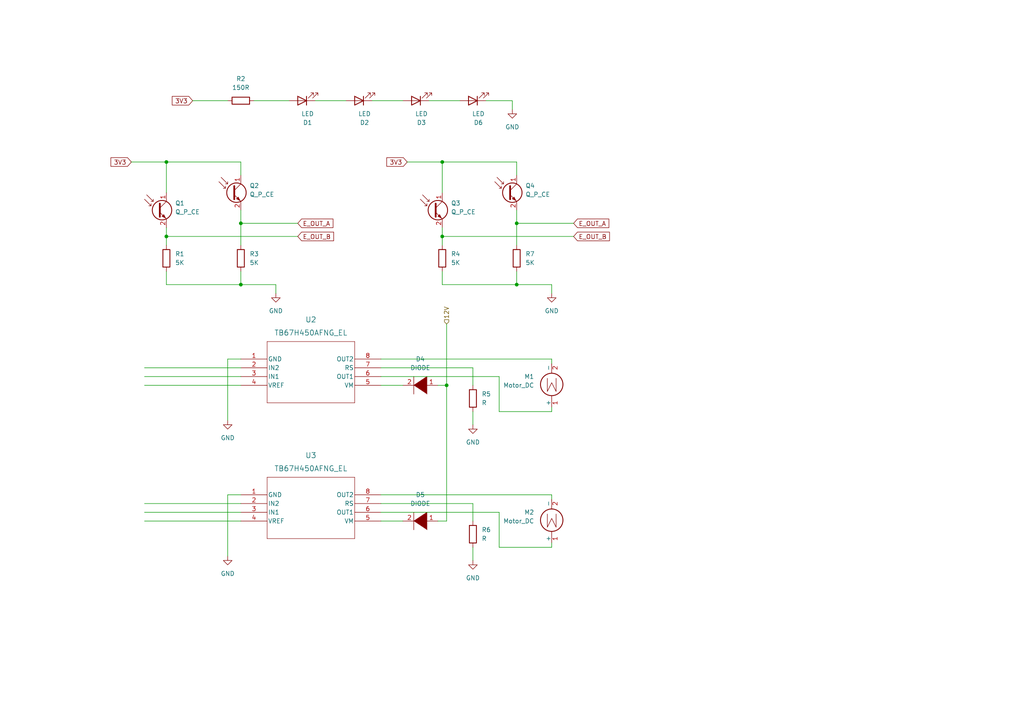
<source format=kicad_sch>
(kicad_sch (version 20211123) (generator eeschema)
  (paper "A4")
  (lib_symbols
    (symbol "Device:LED" (pin_numbers hide) (pin_names (offset 1.016) hide)
      (property "Reference" "D" (at 0 2.54 0))
      (property "Value" "LED" (at 0 -2.54 0))
      (symbol "LED_0_1"
        (polyline (pts (xy -1.27 -1.27) (xy -1.27 1.27)) (stroke (width 0.254)))
        (polyline (pts (xy -1.27 0) (xy 1.27 0)))
        (polyline (pts (xy 1.27 -1.27) (xy 1.27 1.27) (xy -1.27 0) (xy 1.27 -1.27)) (stroke (width 0.254)))
        (polyline (pts (xy -3.048 -0.762) (xy -4.572 -2.286) (xy -3.81 -2.286) (xy -4.572 -2.286) (xy -4.572 -1.524)))
        (polyline (pts (xy -1.778 -0.762) (xy -3.302 -2.286) (xy -2.54 -2.286) (xy -3.302 -2.286) (xy -3.302 -1.524)))
      )
      (symbol "LED_1_1"
        (pin passive line (at -3.81 0 0) (length 2.54) (name "K") (number "1"))
        (pin passive line (at 3.81 0 180) (length 2.54) (name "A") (number "2"))
      )
    )
    (symbol "Device:Q_Photo_NPN_CE" (pin_names (offset 0) hide)
      (property "Reference" "Q" (at 5.08 1.27 0))
      (property "Value" "Q_Photo_NPN_CE" (at 5.08 -1.27 0))
      (symbol "Q_Photo_NPN_CE_0_1"
        (polyline (pts (xy -1.905 1.27) (xy -2.54 1.27)))
        (polyline (pts (xy -1.27 2.54) (xy -1.905 2.54)))
        (polyline (pts (xy 0.635 0.635) (xy 2.54 2.54)))
        (polyline (pts (xy -3.81 3.175) (xy -1.905 1.27) (xy -1.905 1.905)))
        (polyline (pts (xy -3.175 4.445) (xy -1.27 2.54) (xy -1.27 3.175)))
        (polyline (pts (xy 0.635 -0.635) (xy 2.54 -2.54) (xy 2.54 -2.54)))
        (polyline (pts (xy 0.635 1.905) (xy 0.635 -1.905) (xy 0.635 -1.905)) (stroke (width 0.508)))
        (polyline (pts (xy 1.27 -1.778) (xy 1.778 -1.27) (xy 2.286 -2.286) (xy 1.27 -1.778) (xy 1.27 -1.778)) (fill (type outline)))
        (circle (center 1.27 0) (radius 2.8194) (stroke (width 0.254)))
      )
      (symbol "Q_Photo_NPN_CE_1_1"
        (pin passive line (at 2.54 5.08 270) (length 2.54) (name "C") (number "1"))
        (pin passive line (at 2.54 -5.08 90) (length 2.54) (name "E") (number "2"))
      )
    )
    (symbol "Device:R" (pin_numbers hide) (pin_names (offset 0))
      (property "Reference" "R" (at 2.032 0 90))
      (property "Value" "R" (at 0 0 90))
      (symbol "R_0_1"
        (rectangle (start -1.016 -2.54) (end 1.016 2.54) (stroke (width 0.254)))
      )
      (symbol "R_1_1"
        (pin passive line (at 0 3.81 270) (length 1.27) (name "~") (number "1"))
        (pin passive line (at 0 -3.81 90) (length 1.27) (name "~") (number "2"))
      )
    )
    (symbol "Motor:Motor_DC" (pin_names (offset 0))
      (property "Reference" "M" (at 2.54 2.54 0))
      (property "Value" "Motor_DC" (at 2.54 -5.08 0))
      (symbol "Motor_DC_0_0"
        (polyline (pts (xy -1.27 -3.302) (xy -1.27 0.508) (xy 0 -2.032) (xy 1.27 0.508) (xy 1.27 -3.302)))
      )
      (symbol "Motor_DC_0_1"
        (circle (center 0 -1.524) (radius 3.2512) (stroke (width 0.254)))
        (polyline (pts (xy 0 -7.62) (xy 0 -7.112)))
        (polyline (pts (xy 0 -4.7752) (xy 0 -5.1816)))
        (polyline (pts (xy 0 1.7272) (xy 0 2.0828)))
        (polyline (pts (xy 0 2.032) (xy 0 2.54)))
      )
      (symbol "Motor_DC_1_1"
        (pin passive line (at 0 5.08 270) (length 2.54) (name "+") (number "1"))
        (pin passive line (at 0 -7.62 90) (length 2.54) (name "-") (number "2"))
      )
    )
    (symbol "library:TB67H450AFNG_EL" (pin_names (offset 0.254))
      (property "Reference" "U" (at 20.32 10.16 0))
      (property "Value" "TB67H450AFNG_EL" (at 20.32 7.62 0))
      (symbol "TB67H450AFNG_EL_0_1"
        (polyline (pts (xy 7.62 -12.7) (xy 33.02 -12.7)) (stroke (width 0.127)))
        (polyline (pts (xy 7.62 5.08) (xy 7.62 -12.7)) (stroke (width 0.127)))
        (polyline (pts (xy 33.02 -12.7) (xy 33.02 5.08)) (stroke (width 0.127)))
        (polyline (pts (xy 33.02 5.08) (xy 7.62 5.08)) (stroke (width 0.127)))
        (pin power_out line (at 0 0 0) (length 7.62) (name "GND") (number "1"))
        (pin input line (at 0 -2.54 0) (length 7.62) (name "IN2") (number "2"))
        (pin input line (at 0 -5.08 0) (length 7.62) (name "IN1") (number "3"))
        (pin unspecified line (at 0 -7.62 0) (length 7.62) (name "VREF") (number "4"))
        (pin power_in line (at 40.64 -7.62 180) (length 7.62) (name "VM") (number "5"))
        (pin output line (at 40.64 -5.08 180) (length 7.62) (name "OUT1") (number "6"))
        (pin unspecified line (at 40.64 -2.54 180) (length 7.62) (name "RS") (number "7"))
        (pin output line (at 40.64 0 180) (length 7.62) (name "OUT2") (number "8"))
      )
    )
    (symbol "power:GND" (power) (pin_names (offset 0))
      (property "Value" "GND" (at 0 -3.81 0))
      (symbol "GND_0_1"
        (polyline (pts (xy 0 0) (xy 0 -1.27) (xy 1.27 -1.27) (xy 0 -2.54) (xy -1.27 -1.27) (xy 0 -1.27)))
      )
      (symbol "GND_1_1"
        (pin power_in line (at 0 0 270) (length 0) hide (name "GND") (number "1"))
      )
    )
    (symbol "pspice:DIODE" (pin_names (offset 1.016) hide)
      (property "Reference" "D" (at 0 3.81 0))
      (property "Value" "DIODE" (at 0 -4.445 0))
      (symbol "DIODE_0_1"
        (polyline (pts (xy 1.905 2.54) (xy 1.905 -2.54)))
        (polyline (pts (xy -1.905 2.54) (xy -1.905 -2.54) (xy 1.905 0)) (fill (type outline)))
      )
      (symbol "DIODE_1_1"
        (pin input line (at -5.08 0 0) (length 3.81) (name "K") (number "1"))
        (pin input line (at 5.08 0 180) (length 3.81) (name "A") (number "2"))
      )
    )
  )
  (junction (at 129.54 111.76))
  (junction (at 149.86 64.77))
  (junction (at 48.26 46.99))
  (junction (at 128.27 46.99))
  (junction (at 149.86 82.55))
  (junction (at 69.85 64.77))
  (junction (at 128.27 68.58))
  (junction (at 69.85 82.55))
  (junction (at 48.26 68.58))
  (wire (pts (xy 73.66 29.21) (xy 83.82 29.21)))
  (wire (pts (xy 41.91 111.76) (xy 69.85 111.76)))
  (wire (pts (xy 110.49 111.76) (xy 116.84 111.76)))
  (wire (pts (xy 128.27 78.74) (xy 128.27 82.55)))
  (wire (pts (xy 69.85 64.77) (xy 69.85 71.12)))
  (wire (pts (xy 48.26 68.58) (xy 48.26 71.12)))
  (wire (pts (xy 48.26 46.99) (xy 48.26 55.88)))
  (wire (pts (xy 128.27 82.55) (xy 149.86 82.55)))
  (wire (pts (xy 110.49 143.51) (xy 160.02 143.51)))
  (wire (pts (xy 48.26 78.74) (xy 48.26 82.55)))
  (wire (pts (xy 149.86 64.77) (xy 149.86 71.12)))
  (wire (pts (xy 41.91 151.13) (xy 69.85 151.13)))
  (wire (pts (xy 137.16 119.38) (xy 137.16 123.19)))
  (wire (pts (xy 48.26 68.58) (xy 86.36 68.58)))
  (wire (pts (xy 107.95 29.21) (xy 116.84 29.21)))
  (wire (pts (xy 69.85 78.74) (xy 69.85 82.55)))
  (wire (pts (xy 69.85 64.77) (xy 86.36 64.77)))
  (wire (pts (xy 149.86 50.8) (xy 149.86 46.99)))
  (wire (pts (xy 160.02 143.51) (xy 160.02 144.78)))
  (wire (pts (xy 137.16 146.05) (xy 137.16 151.13)))
  (wire (pts (xy 160.02 104.14) (xy 160.02 105.41)))
  (wire (pts (xy 110.49 146.05) (xy 137.16 146.05)))
  (wire (pts (xy 128.27 46.99) (xy 128.27 55.88)))
  (wire (pts (xy 140.97 29.21) (xy 148.59 29.21)))
  (wire (pts (xy 55.88 29.21) (xy 66.04 29.21)))
  (wire (pts (xy 124.46 29.21) (xy 133.35 29.21)))
  (wire (pts (xy 69.85 104.14) (xy 66.04 104.14)))
  (wire (pts (xy 127 111.76) (xy 129.54 111.76)))
  (wire (pts (xy 149.86 64.77) (xy 166.37 64.77)))
  (wire (pts (xy 80.01 82.55) (xy 80.01 85.09)))
  (wire (pts (xy 144.78 119.38) (xy 144.78 109.22)))
  (wire (pts (xy 110.49 151.13) (xy 116.84 151.13)))
  (wire (pts (xy 144.78 119.38) (xy 160.02 119.38)))
  (wire (pts (xy 41.91 106.68) (xy 69.85 106.68)))
  (wire (pts (xy 149.86 78.74) (xy 149.86 82.55)))
  (wire (pts (xy 41.91 146.05) (xy 69.85 146.05)))
  (wire (pts (xy 110.49 104.14) (xy 160.02 104.14)))
  (wire (pts (xy 128.27 68.58) (xy 128.27 71.12)))
  (wire (pts (xy 38.1 46.99) (xy 48.26 46.99)))
  (wire (pts (xy 91.44 29.21) (xy 100.33 29.21)))
  (wire (pts (xy 149.86 60.96) (xy 149.86 64.77)))
  (wire (pts (xy 128.27 66.04) (xy 128.27 68.58)))
  (wire (pts (xy 110.49 109.22) (xy 144.78 109.22)))
  (wire (pts (xy 69.85 143.51) (xy 66.04 143.51)))
  (wire (pts (xy 148.59 29.21) (xy 148.59 31.75)))
  (wire (pts (xy 144.78 158.75) (xy 160.02 158.75)))
  (wire (pts (xy 160.02 158.75) (xy 160.02 157.48)))
  (wire (pts (xy 127 151.13) (xy 129.54 151.13)))
  (wire (pts (xy 66.04 104.14) (xy 66.04 121.92)))
  (wire (pts (xy 129.54 151.13) (xy 129.54 111.76)))
  (wire (pts (xy 149.86 82.55) (xy 160.02 82.55)))
  (wire (pts (xy 137.16 158.75) (xy 137.16 162.56)))
  (wire (pts (xy 69.85 82.55) (xy 80.01 82.55)))
  (wire (pts (xy 160.02 82.55) (xy 160.02 85.09)))
  (wire (pts (xy 144.78 158.75) (xy 144.78 148.59)))
  (wire (pts (xy 160.02 119.38) (xy 160.02 118.11)))
  (wire (pts (xy 66.04 143.51) (xy 66.04 161.29)))
  (wire (pts (xy 129.54 93.98) (xy 129.54 111.76)))
  (wire (pts (xy 48.26 66.04) (xy 48.26 68.58)))
  (wire (pts (xy 48.26 46.99) (xy 69.85 46.99)))
  (wire (pts (xy 69.85 60.96) (xy 69.85 64.77)))
  (wire (pts (xy 69.85 50.8) (xy 69.85 46.99)))
  (wire (pts (xy 128.27 46.99) (xy 149.86 46.99)))
  (wire (pts (xy 137.16 106.68) (xy 137.16 111.76)))
  (wire (pts (xy 41.91 148.59) (xy 69.85 148.59)))
  (wire (pts (xy 41.91 109.22) (xy 69.85 109.22)))
  (wire (pts (xy 128.27 68.58) (xy 166.37 68.58)))
  (wire (pts (xy 48.26 82.55) (xy 69.85 82.55)))
  (wire (pts (xy 110.49 148.59) (xy 144.78 148.59)))
  (wire (pts (xy 118.11 46.99) (xy 128.27 46.99)))
  (wire (pts (xy 110.49 106.68) (xy 137.16 106.68)))
  (global_label "E_OUT_A" (shape input) (at 86.36 64.77 0) (property "Intersheet References" "${INTERSHEET_REFS}" (effects hide)))
  (global_label "3V3" (shape input) (at 38.1 46.99 180) (property "Intersheet References" "${INTERSHEET_REFS}" (effects hide)))
  (global_label "E_OUT_B" (shape input) (at 166.37 68.58 0) (property "Intersheet References" "${INTERSHEET_REFS}" (effects hide)))
  (global_label "3V3" (shape input) (at 55.88 29.21 180) (property "Intersheet References" "${INTERSHEET_REFS}" (effects hide)))
  (global_label "3V3" (shape input) (at 118.11 46.99 180) (property "Intersheet References" "${INTERSHEET_REFS}" (effects hide)))
  (global_label "E_OUT_A" (shape input) (at 166.37 64.77 0) (property "Intersheet References" "${INTERSHEET_REFS}" (effects hide)))
  (global_label "E_OUT_B" (shape input) (at 86.36 68.58 0) (property "Intersheet References" "${INTERSHEET_REFS}" (effects hide)))
  (hierarchical_label "12V" (shape input) (at 129.54 93.98 90))
  (symbol (lib_id "Device:R") (at 137.16 115.57 0) (unit 1)
    (property "Reference" "R5" (at 139.7 114.2999 0) (effects (justify left)))
    (property "Value" "R" (at 139.7 116.8399 0) (effects (justify left)))
  )
  (symbol (lib_id "power:GND") (at 80.01 85.09 0) (unit 1)
    (property "Reference" "#PWR03" (effects hide))
    (property "Value" "GND" (at 80.01 90.17 0))
  )
  (symbol (lib_id "Device:LED") (at 137.16 29.21 180) (unit 1)
    (property "Reference" "D6" (at 138.7475 35.56 0))
    (property "Value" "LED" (at 138.7475 33.02 0))
  )
  (symbol (lib_id "Device:Q_Photo_NPN_CE") (at 125.73 60.96 0) (unit 1)
    (property "Reference" "Q3" (at 130.81 58.9406 0) (effects (justify left)))
    (property "Value" "Q_P_CE" (at 130.81 61.4806 0) (effects (justify left)))
  )
  (symbol (lib_id "power:GND") (at 66.04 161.29 0) (unit 1)
    (property "Reference" "#PWR02" (effects hide))
    (property "Value" "GND" (at 66.04 166.37 0))
  )
  (symbol (lib_id "Device:R") (at 149.86 74.93 0) (unit 1)
    (property "Reference" "R7" (at 152.4 73.6599 0) (effects (justify left)))
    (property "Value" "5K" (at 152.4 76.1999 0) (effects (justify left)))
  )
  (symbol (lib_id "Device:R") (at 69.85 74.93 0) (unit 1)
    (property "Reference" "R3" (at 72.39 73.6599 0) (effects (justify left)))
    (property "Value" "5K" (at 72.39 76.1999 0) (effects (justify left)))
  )
  (symbol (lib_id "power:GND") (at 66.04 121.92 0) (unit 1)
    (property "Reference" "#PWR01" (effects hide))
    (property "Value" "GND" (at 66.04 127 0))
  )
  (symbol (lib_id "power:GND") (at 137.16 123.19 0) (unit 1)
    (property "Reference" "#PWR04" (effects hide))
    (property "Value" "GND" (at 137.16 128.27 0))
  )
  (symbol (lib_id "Device:R") (at 69.85 29.21 90) (unit 1)
    (property "Reference" "R2" (at 69.85 22.86 90))
    (property "Value" "150R" (at 69.85 25.4 90))
  )
  (symbol (lib_id "Device:Q_Photo_NPN_CE") (at 45.72 60.96 0) (unit 1)
    (property "Reference" "Q1" (at 50.8 58.9406 0) (effects (justify left)))
    (property "Value" "Q_P_CE" (at 50.8 61.4806 0) (effects (justify left)))
  )
  (symbol (lib_id "Device:R") (at 137.16 154.94 0) (unit 1)
    (property "Reference" "R6" (at 139.7 153.6699 0) (effects (justify left)))
    (property "Value" "R" (at 139.7 156.2099 0) (effects (justify left)))
  )
  (symbol (lib_id "pspice:DIODE") (at 121.92 151.13 180) (unit 1)
    (property "Reference" "D5" (at 121.92 143.51 0))
    (property "Value" "DIODE" (at 121.92 146.05 0))
  )
  (symbol (lib_id "Device:Q_Photo_NPN_CE") (at 67.31 55.88 0) (unit 1)
    (property "Reference" "Q2" (at 72.39 53.8606 0) (effects (justify left)))
    (property "Value" "Q_P_CE" (at 72.39 56.4006 0) (effects (justify left)))
  )
  (symbol (lib_id "library:TB67H450AFNG_EL") (at 69.85 104.14 0) (unit 1)
    (property "Reference" "U2" (at 90.17 92.71 0) (effects (font (size 1.524 1.524))))
    (property "Value" "TB67H450AFNG_EL" (at 90.17 96.52 0) (effects (font (size 1.524 1.524))))
    (property "Footprint" "P-HSOP8-0405-1.27-002_TOS" (effects hide))
    (property "Datasheet" "TB67H450AFNG_EL" (effects hide))
  )
  (symbol (lib_id "power:GND") (at 148.59 31.75 0) (unit 1)
    (property "Reference" "#PWR06" (effects hide))
    (property "Value" "GND" (at 148.59 36.83 0))
  )
  (symbol (lib_id "Device:R") (at 128.27 74.93 0) (unit 1)
    (property "Reference" "R4" (at 130.81 73.6599 0) (effects (justify left)))
    (property "Value" "5K" (at 130.81 76.1999 0) (effects (justify left)))
  )
  (symbol (lib_id "library:TB67H450AFNG_EL") (at 69.85 143.51 0) (unit 1)
    (property "Reference" "U3" (at 90.17 132.08 0) (effects (font (size 1.524 1.524))))
    (property "Value" "TB67H450AFNG_EL" (at 90.17 135.89 0) (effects (font (size 1.524 1.524))))
    (property "Footprint" "P-HSOP8-0405-1.27-002_TOS" (effects hide))
    (property "Datasheet" "TB67H450AFNG_EL" (effects hide))
  )
  (symbol (lib_id "Device:LED") (at 120.65 29.21 180) (unit 1)
    (property "Reference" "D3" (at 122.2375 35.56 0))
    (property "Value" "LED" (at 122.2375 33.02 0))
  )
  (symbol (lib_id "Device:Q_Photo_NPN_CE") (at 147.32 55.88 0) (unit 1)
    (property "Reference" "Q4" (at 152.4 53.8606 0) (effects (justify left)))
    (property "Value" "Q_P_CE" (at 152.4 56.4006 0) (effects (justify left)))
  )
  (symbol (lib_id "Device:LED") (at 104.14 29.21 180) (unit 1)
    (property "Reference" "D2" (at 105.7275 35.56 0))
    (property "Value" "LED" (at 105.7275 33.02 0))
  )
  (symbol (lib_id "Device:LED") (at 87.63 29.21 180) (unit 1)
    (property "Reference" "D1" (at 89.2175 35.56 0))
    (property "Value" "LED" (at 89.2175 33.02 0))
  )
  (symbol (lib_id "pspice:DIODE") (at 121.92 111.76 180) (unit 1)
    (property "Reference" "D4" (at 121.92 104.14 0))
    (property "Value" "DIODE" (at 121.92 106.68 0))
  )
  (symbol (lib_id "power:GND") (at 137.16 162.56 0) (unit 1)
    (property "Reference" "#PWR05" (effects hide))
    (property "Value" "GND" (at 137.16 167.64 0))
  )
  (symbol (lib_id "power:GND") (at 160.02 85.09 0) (unit 1)
    (property "Reference" "#PWR07" (effects hide))
    (property "Value" "GND" (at 160.02 90.17 0))
  )
  (symbol (lib_id "Device:R") (at 48.26 74.93 0) (unit 1)
    (property "Reference" "R1" (at 50.8 73.6599 0) (effects (justify left)))
    (property "Value" "5K" (at 50.8 76.1999 0) (effects (justify left)))
  )
  (symbol (lib_id "Motor:Motor_DC") (at 160.02 113.03 0) (mirror x) (unit 1)
    (property "Reference" "M1" (at 154.94 109.2199 0) (effects (justify right)))
    (property "Value" "Motor_DC" (at 154.94 111.7599 0) (effects (justify right)))
  )
  (symbol (lib_id "Motor:Motor_DC") (at 160.02 152.4 0) (mirror x) (unit 1)
    (property "Reference" "M2" (at 154.94 148.5899 0) (effects (justify right)))
    (property "Value" "Motor_DC" (at 154.94 151.1299 0) (effects (justify right)))
  )
)
</source>
